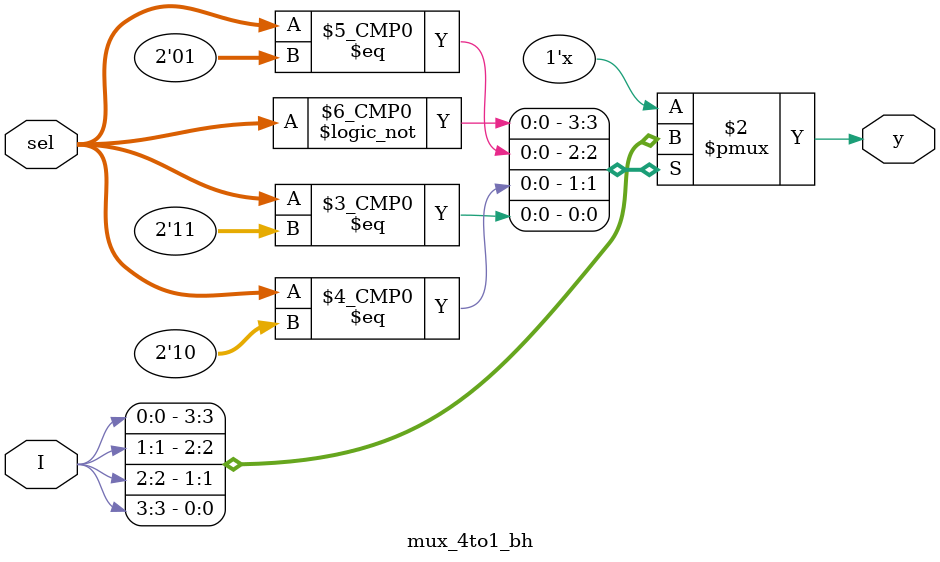
<source format=v>
module mux_4to1_bh(input [3:0] I, input [1:0] sel, 
output reg y);

always @(*) begin
    case (sel)
        2'b00: y = I[0];
        2'b01: y = I[1]; 
        2'b10: y = I[2]; 
        2'b11: y = I[3]; 
        default: y = 0;
    endcase
end

endmodule
</source>
